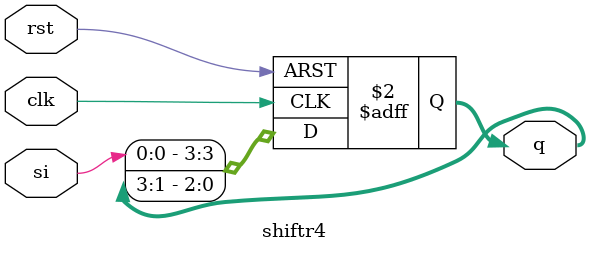
<source format=v>
module shiftr4(
    input si,
    input clk,
    input rst,
    output reg [3:0] q
    );
    
    always @(posedge clk, posedge rst) begin
    if (rst) begin
        q = 0;
    end
    else begin
        q <= {si,q[3:1]};
    end
    end
 
endmodule

</source>
